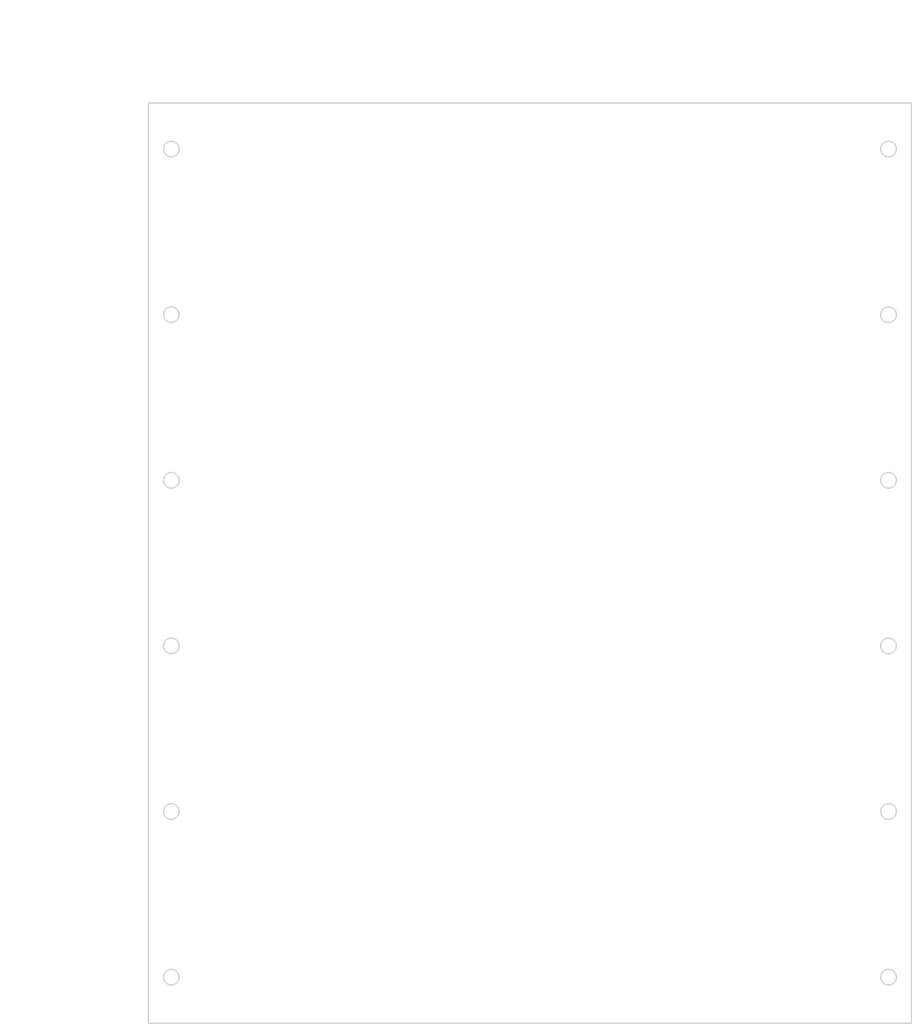
<source format=kicad_pcb>
(kicad_pcb (version 4) (host pcbnew 4.0.1-stable)

  (general
    (links 0)
    (no_connects 0)
    (area 0 0 0 0)
    (thickness 1.6)
    (drawings 27)
    (tracks 0)
    (zones 0)
    (modules 0)
    (nets 1)
  )

  (page A4)
  (layers
    (0 F.Cu signal)
    (31 B.Cu signal)
    (32 B.Adhes user)
    (33 F.Adhes user)
    (34 B.Paste user)
    (35 F.Paste user)
    (36 B.SilkS user)
    (37 F.SilkS user)
    (38 B.Mask user)
    (39 F.Mask user)
    (40 Dwgs.User user)
    (41 Cmts.User user)
    (42 Eco1.User user)
    (43 Eco2.User user)
    (44 Edge.Cuts user)
    (45 Margin user)
    (46 B.CrtYd user)
    (47 F.CrtYd user)
    (48 B.Fab user)
    (49 F.Fab user)
  )

  (setup
    (last_trace_width 0.25)
    (trace_clearance 0.2)
    (zone_clearance 0.508)
    (zone_45_only no)
    (trace_min 0.2)
    (segment_width 0.2)
    (edge_width 0.15)
    (via_size 0.6)
    (via_drill 0.4)
    (via_min_size 0.4)
    (via_min_drill 0.3)
    (uvia_size 0.3)
    (uvia_drill 0.1)
    (uvias_allowed no)
    (uvia_min_size 0.2)
    (uvia_min_drill 0.1)
    (pcb_text_width 0.3)
    (pcb_text_size 1.5 1.5)
    (mod_edge_width 0.15)
    (mod_text_size 1 1)
    (mod_text_width 0.15)
    (pad_size 1.524 1.524)
    (pad_drill 0.762)
    (pad_to_mask_clearance 0.2)
    (aux_axis_origin 0 0)
    (visible_elements FFFFFF7F)
    (pcbplotparams
      (layerselection 0x00030_80000001)
      (usegerberextensions false)
      (excludeedgelayer true)
      (linewidth 0.100000)
      (plotframeref false)
      (viasonmask false)
      (mode 1)
      (useauxorigin false)
      (hpglpennumber 1)
      (hpglpenspeed 20)
      (hpglpendiameter 15)
      (hpglpenoverlay 2)
      (psnegative false)
      (psa4output false)
      (plotreference true)
      (plotvalue true)
      (plotinvisibletext false)
      (padsonsilk false)
      (subtractmaskfromsilk false)
      (outputformat 1)
      (mirror false)
      (drillshape 1)
      (scaleselection 1)
      (outputdirectory ""))
  )

  (net 0 "")

  (net_class Default "This is the default net class."
    (clearance 0.2)
    (trace_width 0.25)
    (via_dia 0.6)
    (via_drill 0.4)
    (uvia_dia 0.3)
    (uvia_drill 0.1)
  )

  (gr_circle (center 172.5 142) (end 173.35 141.95) (layer Edge.Cuts) (width 0.15) (tstamp 56CE17C2))
  (dimension 18 (width 0.3) (layer Eco2.User) (tstamp 56CE17BB)
    (gr_text "18.000 mm" (at 160.15 133 270) (layer Eco2.User) (tstamp 56CE17BC)
      (effects (font (size 1.5 1.5) (thickness 0.3)))
    )
    (feature1 (pts (xy 172.5 142) (xy 158.8 142)))
    (feature2 (pts (xy 172.5 124) (xy 158.8 124)))
    (crossbar (pts (xy 161.5 124) (xy 161.5 142)))
    (arrow1a (pts (xy 161.5 142) (xy 160.913579 140.873496)))
    (arrow1b (pts (xy 161.5 142) (xy 162.086421 140.873496)))
    (arrow2a (pts (xy 161.5 124) (xy 160.913579 125.126504)))
    (arrow2b (pts (xy 161.5 124) (xy 162.086421 125.126504)))
  )
  (gr_circle (center 172.5 124) (end 173.35 123.95) (layer Edge.Cuts) (width 0.15) (tstamp 56CE17B4))
  (dimension 18 (width 0.3) (layer Eco2.User) (tstamp 56CE17AE)
    (gr_text "18.000 mm" (at 160.15 115 270) (layer Eco2.User) (tstamp 56CE17AF)
      (effects (font (size 1.5 1.5) (thickness 0.3)))
    )
    (feature1 (pts (xy 172.5 124) (xy 158.8 124)))
    (feature2 (pts (xy 172.5 106) (xy 158.8 106)))
    (crossbar (pts (xy 161.5 106) (xy 161.5 124)))
    (arrow1a (pts (xy 161.5 124) (xy 160.913579 122.873496)))
    (arrow1b (pts (xy 161.5 124) (xy 162.086421 122.873496)))
    (arrow2a (pts (xy 161.5 106) (xy 160.913579 107.126504)))
    (arrow2b (pts (xy 161.5 106) (xy 162.086421 107.126504)))
  )
  (gr_circle (center 172.5 106) (end 173.35 105.95) (layer Edge.Cuts) (width 0.15) (tstamp 56CE17AB))
  (dimension 18 (width 0.3) (layer Eco2.User) (tstamp 56CE17A5)
    (gr_text "18.000 mm" (at 160.15 97 270) (layer Eco2.User) (tstamp 56CE17A6)
      (effects (font (size 1.5 1.5) (thickness 0.3)))
    )
    (feature1 (pts (xy 172.5 106) (xy 158.8 106)))
    (feature2 (pts (xy 172.5 88) (xy 158.8 88)))
    (crossbar (pts (xy 161.5 88) (xy 161.5 106)))
    (arrow1a (pts (xy 161.5 106) (xy 160.913579 104.873496)))
    (arrow1b (pts (xy 161.5 106) (xy 162.086421 104.873496)))
    (arrow2a (pts (xy 161.5 88) (xy 160.913579 89.126504)))
    (arrow2b (pts (xy 161.5 88) (xy 162.086421 89.126504)))
  )
  (gr_circle (center 172.5 88) (end 173.35 87.95) (layer Edge.Cuts) (width 0.15) (tstamp 56CE179D))
  (dimension 18 (width 0.3) (layer Eco2.User) (tstamp 56CE1797)
    (gr_text "18.000 mm" (at 160.15 79 270) (layer Eco2.User) (tstamp 56CE1798)
      (effects (font (size 1.5 1.5) (thickness 0.3)))
    )
    (feature1 (pts (xy 172.5 88) (xy 158.8 88)))
    (feature2 (pts (xy 172.5 70) (xy 158.8 70)))
    (crossbar (pts (xy 161.5 70) (xy 161.5 88)))
    (arrow1a (pts (xy 161.5 88) (xy 160.913579 86.873496)))
    (arrow1b (pts (xy 161.5 88) (xy 162.086421 86.873496)))
    (arrow2a (pts (xy 161.5 70) (xy 160.913579 71.126504)))
    (arrow2b (pts (xy 161.5 70) (xy 162.086421 71.126504)))
  )
  (gr_circle (center 172.5 70) (end 173.35 69.95) (layer Edge.Cuts) (width 0.15) (tstamp 56CE178F))
  (gr_circle (center 172.5 52) (end 173.35 51.95) (layer Edge.Cuts) (width 0.15) (tstamp 56CE1789))
  (dimension 18 (width 0.3) (layer Eco2.User) (tstamp 56CE1776)
    (gr_text "18.000 mm" (at 160.15 61 270) (layer Eco2.User) (tstamp 56CE1777)
      (effects (font (size 1.5 1.5) (thickness 0.3)))
    )
    (feature1 (pts (xy 172.5 70) (xy 158.8 70)))
    (feature2 (pts (xy 172.5 52) (xy 158.8 52)))
    (crossbar (pts (xy 161.5 52) (xy 161.5 70)))
    (arrow1a (pts (xy 161.5 70) (xy 160.913579 68.873496)))
    (arrow1b (pts (xy 161.5 70) (xy 162.086421 68.873496)))
    (arrow2a (pts (xy 161.5 52) (xy 160.913579 53.126504)))
    (arrow2b (pts (xy 161.5 52) (xy 162.086421 53.126504)))
  )
  (dimension 78 (width 0.3) (layer Eco2.User)
    (gr_text "78.000 mm" (at 133.5 37.65) (layer Eco2.User)
      (effects (font (size 1.5 1.5) (thickness 0.3)))
    )
    (feature1 (pts (xy 172.5 52) (xy 172.5 36.3)))
    (feature2 (pts (xy 94.5 52) (xy 94.5 36.3)))
    (crossbar (pts (xy 94.5 39) (xy 172.5 39)))
    (arrow1a (pts (xy 172.5 39) (xy 171.373496 39.586421)))
    (arrow1b (pts (xy 172.5 39) (xy 171.373496 38.413579)))
    (arrow2a (pts (xy 94.5 39) (xy 95.626504 39.586421)))
    (arrow2b (pts (xy 94.5 39) (xy 95.626504 38.413579)))
  )
  (gr_circle (center 94.5 142) (end 95.35 141.95) (layer Edge.Cuts) (width 0.15) (tstamp 56CE1738))
  (gr_circle (center 94.5 124) (end 95.35 123.95) (layer Edge.Cuts) (width 0.15) (tstamp 56CE172E))
  (gr_circle (center 94.5 106) (end 95.35 105.95) (layer Edge.Cuts) (width 0.15) (tstamp 56CE1721))
  (dimension 18 (width 0.3) (layer Eco2.User) (tstamp 56CE1717)
    (gr_text "18.000 mm" (at 82.15 133 270) (layer Eco2.User) (tstamp 56CE1718)
      (effects (font (size 1.5 1.5) (thickness 0.3)))
    )
    (feature1 (pts (xy 94.5 142) (xy 80.8 142)))
    (feature2 (pts (xy 94.5 124) (xy 80.8 124)))
    (crossbar (pts (xy 83.5 124) (xy 83.5 142)))
    (arrow1a (pts (xy 83.5 142) (xy 82.913579 140.873496)))
    (arrow1b (pts (xy 83.5 142) (xy 84.086421 140.873496)))
    (arrow2a (pts (xy 83.5 124) (xy 82.913579 125.126504)))
    (arrow2b (pts (xy 83.5 124) (xy 84.086421 125.126504)))
  )
  (dimension 18 (width 0.3) (layer Eco2.User) (tstamp 56CE1710)
    (gr_text "18.000 mm" (at 82.15 115 270) (layer Eco2.User) (tstamp 56CE1711)
      (effects (font (size 1.5 1.5) (thickness 0.3)))
    )
    (feature1 (pts (xy 94.5 124) (xy 80.8 124)))
    (feature2 (pts (xy 94.5 106) (xy 80.8 106)))
    (crossbar (pts (xy 83.5 106) (xy 83.5 124)))
    (arrow1a (pts (xy 83.5 124) (xy 82.913579 122.873496)))
    (arrow1b (pts (xy 83.5 124) (xy 84.086421 122.873496)))
    (arrow2a (pts (xy 83.5 106) (xy 82.913579 107.126504)))
    (arrow2b (pts (xy 83.5 106) (xy 84.086421 107.126504)))
  )
  (dimension 18 (width 0.3) (layer Eco2.User) (tstamp 56CE1709)
    (gr_text "18.000 mm" (at 82.15 97 270) (layer Eco2.User) (tstamp 56CE170A)
      (effects (font (size 1.5 1.5) (thickness 0.3)))
    )
    (feature1 (pts (xy 94.5 106) (xy 80.8 106)))
    (feature2 (pts (xy 94.5 88) (xy 80.8 88)))
    (crossbar (pts (xy 83.5 88) (xy 83.5 106)))
    (arrow1a (pts (xy 83.5 106) (xy 82.913579 104.873496)))
    (arrow1b (pts (xy 83.5 106) (xy 84.086421 104.873496)))
    (arrow2a (pts (xy 83.5 88) (xy 82.913579 89.126504)))
    (arrow2b (pts (xy 83.5 88) (xy 84.086421 89.126504)))
  )
  (gr_circle (center 94.5 88) (end 95.35 87.95) (layer Edge.Cuts) (width 0.15) (tstamp 56CE1703))
  (dimension 18 (width 0.3) (layer Eco2.User)
    (gr_text "18.000 mm" (at 82.15 79 270) (layer Eco2.User)
      (effects (font (size 1.5 1.5) (thickness 0.3)))
    )
    (feature1 (pts (xy 94.5 88) (xy 80.8 88)))
    (feature2 (pts (xy 94.5 70) (xy 80.8 70)))
    (crossbar (pts (xy 83.5 70) (xy 83.5 88)))
    (arrow1a (pts (xy 83.5 88) (xy 82.913579 86.873496)))
    (arrow1b (pts (xy 83.5 88) (xy 84.086421 86.873496)))
    (arrow2a (pts (xy 83.5 70) (xy 82.913579 71.126504)))
    (arrow2b (pts (xy 83.5 70) (xy 84.086421 71.126504)))
  )
  (dimension 18 (width 0.3) (layer Eco2.User)
    (gr_text "18.000 mm" (at 82.15 61 270) (layer Eco2.User) (tstamp 56CE176D)
      (effects (font (size 1.5 1.5) (thickness 0.3)))
    )
    (feature1 (pts (xy 94.5 70) (xy 80.8 70)))
    (feature2 (pts (xy 94.5 52) (xy 80.8 52)))
    (crossbar (pts (xy 83.5 52) (xy 83.5 70)))
    (arrow1a (pts (xy 83.5 70) (xy 82.913579 68.873496)))
    (arrow1b (pts (xy 83.5 70) (xy 84.086421 68.873496)))
    (arrow2a (pts (xy 83.5 52) (xy 82.913579 53.126504)))
    (arrow2b (pts (xy 83.5 52) (xy 84.086421 53.126504)))
  )
  (gr_circle (center 94.5 70) (end 95.35 69.95) (layer Edge.Cuts) (width 0.15) (tstamp 56CE1683))
  (gr_circle (center 94.5 52) (end 95.35 51.95) (layer Edge.Cuts) (width 0.15))
  (gr_line (start 175 47) (end 92 47) (angle 90) (layer Edge.Cuts) (width 0.15))
  (gr_line (start 175 147) (end 175 47) (angle 90) (layer Edge.Cuts) (width 0.15))
  (gr_line (start 92 147) (end 175 147) (angle 90) (layer Edge.Cuts) (width 0.15))
  (gr_line (start 92 47) (end 92 147) (angle 90) (layer Edge.Cuts) (width 0.15))

)

</source>
